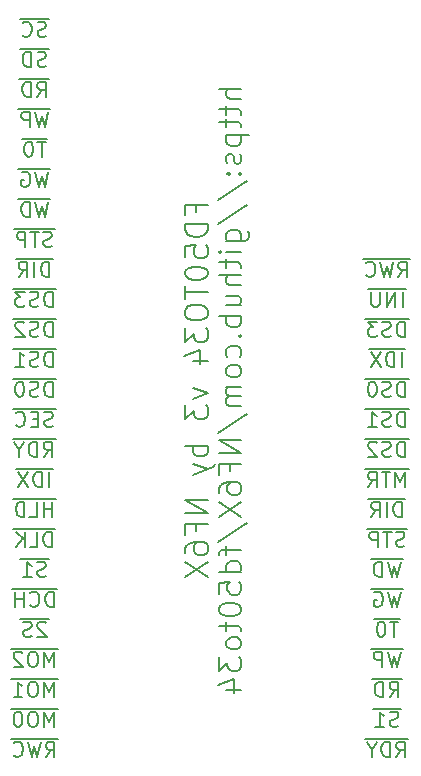
<source format=gbr>
G04 #@! TF.FileFunction,Legend,Bot*
%FSLAX46Y46*%
G04 Gerber Fmt 4.6, Leading zero omitted, Abs format (unit mm)*
G04 Created by KiCad (PCBNEW (2014-12-16 BZR 5324)-product) date Tuesday, September 22, 2015 'PMt' 01:02:44 PM*
%MOMM*%
G01*
G04 APERTURE LIST*
%ADD10C,0.127000*%
%ADD11C,0.190500*%
G04 APERTURE END LIST*
D10*
X4172857Y23555476D02*
X4172857Y24825476D01*
X3870476Y24825476D01*
X3689048Y24765000D01*
X3568095Y24644048D01*
X3507619Y24523095D01*
X3447143Y24281190D01*
X3447143Y24099762D01*
X3507619Y23857857D01*
X3568095Y23736905D01*
X3689048Y23615952D01*
X3870476Y23555476D01*
X4172857Y23555476D01*
X2177143Y23676429D02*
X2237619Y23615952D01*
X2419048Y23555476D01*
X2540000Y23555476D01*
X2721428Y23615952D01*
X2842381Y23736905D01*
X2902857Y23857857D01*
X2963333Y24099762D01*
X2963333Y24281190D01*
X2902857Y24523095D01*
X2842381Y24644048D01*
X2721428Y24765000D01*
X2540000Y24825476D01*
X2419048Y24825476D01*
X2237619Y24765000D01*
X2177143Y24704524D01*
X1632857Y23555476D02*
X1632857Y24825476D01*
X1632857Y24220714D02*
X907143Y24220714D01*
X907143Y23555476D02*
X907143Y24825476D01*
X4475238Y25044400D02*
X604762Y25044400D01*
X4233333Y18475476D02*
X4233333Y19745476D01*
X3810000Y18838333D01*
X3386666Y19745476D01*
X3386666Y18475476D01*
X2539999Y19745476D02*
X2298095Y19745476D01*
X2177142Y19685000D01*
X2056190Y19564048D01*
X1995714Y19322143D01*
X1995714Y18898810D01*
X2056190Y18656905D01*
X2177142Y18535952D01*
X2298095Y18475476D01*
X2539999Y18475476D01*
X2660952Y18535952D01*
X2781904Y18656905D01*
X2842380Y18898810D01*
X2842380Y19322143D01*
X2781904Y19564048D01*
X2660952Y19685000D01*
X2539999Y19745476D01*
X1511904Y19624524D02*
X1451428Y19685000D01*
X1330476Y19745476D01*
X1028095Y19745476D01*
X907142Y19685000D01*
X846666Y19624524D01*
X786190Y19503571D01*
X786190Y19382619D01*
X846666Y19201190D01*
X1572380Y18475476D01*
X786190Y18475476D01*
X4535714Y19964400D02*
X544285Y19964400D01*
X4233333Y15935476D02*
X4233333Y17205476D01*
X3810000Y16298333D01*
X3386666Y17205476D01*
X3386666Y15935476D01*
X2539999Y17205476D02*
X2298095Y17205476D01*
X2177142Y17145000D01*
X2056190Y17024048D01*
X1995714Y16782143D01*
X1995714Y16358810D01*
X2056190Y16116905D01*
X2177142Y15995952D01*
X2298095Y15935476D01*
X2539999Y15935476D01*
X2660952Y15995952D01*
X2781904Y16116905D01*
X2842380Y16358810D01*
X2842380Y16782143D01*
X2781904Y17024048D01*
X2660952Y17145000D01*
X2539999Y17205476D01*
X786190Y15935476D02*
X1511904Y15935476D01*
X1149047Y15935476D02*
X1149047Y17205476D01*
X1269999Y17024048D01*
X1390952Y16903095D01*
X1511904Y16842619D01*
X4535714Y17424400D02*
X544285Y17424400D01*
X4233333Y13395476D02*
X4233333Y14665476D01*
X3810000Y13758333D01*
X3386666Y14665476D01*
X3386666Y13395476D01*
X2539999Y14665476D02*
X2298095Y14665476D01*
X2177142Y14605000D01*
X2056190Y14484048D01*
X1995714Y14242143D01*
X1995714Y13818810D01*
X2056190Y13576905D01*
X2177142Y13455952D01*
X2298095Y13395476D01*
X2539999Y13395476D01*
X2660952Y13455952D01*
X2781904Y13576905D01*
X2842380Y13818810D01*
X2842380Y14242143D01*
X2781904Y14484048D01*
X2660952Y14605000D01*
X2539999Y14665476D01*
X1209523Y14665476D02*
X1088571Y14665476D01*
X967619Y14605000D01*
X907142Y14544524D01*
X846666Y14423571D01*
X786190Y14181667D01*
X786190Y13879286D01*
X846666Y13637381D01*
X907142Y13516429D01*
X967619Y13455952D01*
X1088571Y13395476D01*
X1209523Y13395476D01*
X1330476Y13455952D01*
X1390952Y13516429D01*
X1451428Y13637381D01*
X1511904Y13879286D01*
X1511904Y14181667D01*
X1451428Y14423571D01*
X1390952Y14544524D01*
X1330476Y14605000D01*
X1209523Y14665476D01*
X4535714Y14884400D02*
X544285Y14884400D01*
X3537857Y71875952D02*
X3356429Y71815476D01*
X3054048Y71815476D01*
X2933095Y71875952D01*
X2872619Y71936429D01*
X2812143Y72057381D01*
X2812143Y72178333D01*
X2872619Y72299286D01*
X2933095Y72359762D01*
X3054048Y72420238D01*
X3295952Y72480714D01*
X3416905Y72541190D01*
X3477381Y72601667D01*
X3537857Y72722619D01*
X3537857Y72843571D01*
X3477381Y72964524D01*
X3416905Y73025000D01*
X3295952Y73085476D01*
X2993572Y73085476D01*
X2812143Y73025000D01*
X1542143Y71936429D02*
X1602619Y71875952D01*
X1784048Y71815476D01*
X1905000Y71815476D01*
X2086428Y71875952D01*
X2207381Y71996905D01*
X2267857Y72117857D01*
X2328333Y72359762D01*
X2328333Y72541190D01*
X2267857Y72783095D01*
X2207381Y72904048D01*
X2086428Y73025000D01*
X1905000Y73085476D01*
X1784048Y73085476D01*
X1602619Y73025000D01*
X1542143Y72964524D01*
X3779762Y73304400D02*
X1300238Y73304400D01*
X3537857Y69335952D02*
X3356429Y69275476D01*
X3054048Y69275476D01*
X2933095Y69335952D01*
X2872619Y69396429D01*
X2812143Y69517381D01*
X2812143Y69638333D01*
X2872619Y69759286D01*
X2933095Y69819762D01*
X3054048Y69880238D01*
X3295952Y69940714D01*
X3416905Y70001190D01*
X3477381Y70061667D01*
X3537857Y70182619D01*
X3537857Y70303571D01*
X3477381Y70424524D01*
X3416905Y70485000D01*
X3295952Y70545476D01*
X2993572Y70545476D01*
X2812143Y70485000D01*
X2267857Y69275476D02*
X2267857Y70545476D01*
X1965476Y70545476D01*
X1784048Y70485000D01*
X1663095Y70364048D01*
X1602619Y70243095D01*
X1542143Y70001190D01*
X1542143Y69819762D01*
X1602619Y69577857D01*
X1663095Y69456905D01*
X1784048Y69335952D01*
X1965476Y69275476D01*
X2267857Y69275476D01*
X3779762Y70764400D02*
X1300238Y70764400D01*
X2781905Y66735476D02*
X3205238Y67340238D01*
X3507619Y66735476D02*
X3507619Y68005476D01*
X3023810Y68005476D01*
X2902857Y67945000D01*
X2842381Y67884524D01*
X2781905Y67763571D01*
X2781905Y67582143D01*
X2842381Y67461190D01*
X2902857Y67400714D01*
X3023810Y67340238D01*
X3507619Y67340238D01*
X2237619Y66735476D02*
X2237619Y68005476D01*
X1935238Y68005476D01*
X1753810Y67945000D01*
X1632857Y67824048D01*
X1572381Y67703095D01*
X1511905Y67461190D01*
X1511905Y67279762D01*
X1572381Y67037857D01*
X1632857Y66916905D01*
X1753810Y66795952D01*
X1935238Y66735476D01*
X2237619Y66735476D01*
X3810000Y68224400D02*
X1270000Y68224400D01*
X3719285Y65465476D02*
X3416904Y64195476D01*
X3175000Y65102619D01*
X2933095Y64195476D01*
X2630714Y65465476D01*
X2146904Y64195476D02*
X2146904Y65465476D01*
X1663095Y65465476D01*
X1542142Y65405000D01*
X1481666Y65344524D01*
X1421190Y65223571D01*
X1421190Y65042143D01*
X1481666Y64921190D01*
X1542142Y64860714D01*
X1663095Y64800238D01*
X2146904Y64800238D01*
X3900714Y65684400D02*
X1179285Y65684400D01*
X3507619Y62925476D02*
X2781904Y62925476D01*
X3144761Y61655476D02*
X3144761Y62925476D01*
X2116666Y62925476D02*
X1995714Y62925476D01*
X1874762Y62865000D01*
X1814285Y62804524D01*
X1753809Y62683571D01*
X1693333Y62441667D01*
X1693333Y62139286D01*
X1753809Y61897381D01*
X1814285Y61776429D01*
X1874762Y61715952D01*
X1995714Y61655476D01*
X2116666Y61655476D01*
X2237619Y61715952D01*
X2298095Y61776429D01*
X2358571Y61897381D01*
X2419047Y62139286D01*
X2419047Y62441667D01*
X2358571Y62683571D01*
X2298095Y62804524D01*
X2237619Y62865000D01*
X2116666Y62925476D01*
X3628571Y63144400D02*
X1451428Y63144400D01*
X3719285Y60385476D02*
X3416904Y59115476D01*
X3175000Y60022619D01*
X2933095Y59115476D01*
X2630714Y60385476D01*
X1481666Y60325000D02*
X1602618Y60385476D01*
X1784047Y60385476D01*
X1965475Y60325000D01*
X2086428Y60204048D01*
X2146904Y60083095D01*
X2207380Y59841190D01*
X2207380Y59659762D01*
X2146904Y59417857D01*
X2086428Y59296905D01*
X1965475Y59175952D01*
X1784047Y59115476D01*
X1663095Y59115476D01*
X1481666Y59175952D01*
X1421190Y59236429D01*
X1421190Y59659762D01*
X1663095Y59659762D01*
X3900714Y60604400D02*
X1179285Y60604400D01*
X4021666Y54095952D02*
X3840238Y54035476D01*
X3537857Y54035476D01*
X3416904Y54095952D01*
X3356428Y54156429D01*
X3295952Y54277381D01*
X3295952Y54398333D01*
X3356428Y54519286D01*
X3416904Y54579762D01*
X3537857Y54640238D01*
X3779761Y54700714D01*
X3900714Y54761190D01*
X3961190Y54821667D01*
X4021666Y54942619D01*
X4021666Y55063571D01*
X3961190Y55184524D01*
X3900714Y55245000D01*
X3779761Y55305476D01*
X3477381Y55305476D01*
X3295952Y55245000D01*
X2933095Y55305476D02*
X2207380Y55305476D01*
X2570237Y54035476D02*
X2570237Y55305476D01*
X1784047Y54035476D02*
X1784047Y55305476D01*
X1300238Y55305476D01*
X1179285Y55245000D01*
X1118809Y55184524D01*
X1058333Y55063571D01*
X1058333Y54882143D01*
X1118809Y54761190D01*
X1179285Y54700714D01*
X1300238Y54640238D01*
X1784047Y54640238D01*
X4263571Y55524400D02*
X816428Y55524400D01*
X3810000Y51495476D02*
X3810000Y52765476D01*
X3507619Y52765476D01*
X3326191Y52705000D01*
X3205238Y52584048D01*
X3144762Y52463095D01*
X3084286Y52221190D01*
X3084286Y52039762D01*
X3144762Y51797857D01*
X3205238Y51676905D01*
X3326191Y51555952D01*
X3507619Y51495476D01*
X3810000Y51495476D01*
X2540000Y51495476D02*
X2540000Y52765476D01*
X1209524Y51495476D02*
X1632857Y52100238D01*
X1935238Y51495476D02*
X1935238Y52765476D01*
X1451429Y52765476D01*
X1330476Y52705000D01*
X1270000Y52644524D01*
X1209524Y52523571D01*
X1209524Y52342143D01*
X1270000Y52221190D01*
X1330476Y52160714D01*
X1451429Y52100238D01*
X1935238Y52100238D01*
X4112381Y52984400D02*
X967619Y52984400D01*
X3719285Y57845476D02*
X3416904Y56575476D01*
X3175000Y57482619D01*
X2933095Y56575476D01*
X2630714Y57845476D01*
X2146904Y56575476D02*
X2146904Y57845476D01*
X1844523Y57845476D01*
X1663095Y57785000D01*
X1542142Y57664048D01*
X1481666Y57543095D01*
X1421190Y57301190D01*
X1421190Y57119762D01*
X1481666Y56877857D01*
X1542142Y56756905D01*
X1663095Y56635952D01*
X1844523Y56575476D01*
X2146904Y56575476D01*
X3900714Y58064400D02*
X1179285Y58064400D01*
X4082143Y48955476D02*
X4082143Y50225476D01*
X3779762Y50225476D01*
X3598334Y50165000D01*
X3477381Y50044048D01*
X3416905Y49923095D01*
X3356429Y49681190D01*
X3356429Y49499762D01*
X3416905Y49257857D01*
X3477381Y49136905D01*
X3598334Y49015952D01*
X3779762Y48955476D01*
X4082143Y48955476D01*
X2872619Y49015952D02*
X2691191Y48955476D01*
X2388810Y48955476D01*
X2267857Y49015952D01*
X2207381Y49076429D01*
X2146905Y49197381D01*
X2146905Y49318333D01*
X2207381Y49439286D01*
X2267857Y49499762D01*
X2388810Y49560238D01*
X2630714Y49620714D01*
X2751667Y49681190D01*
X2812143Y49741667D01*
X2872619Y49862619D01*
X2872619Y49983571D01*
X2812143Y50104524D01*
X2751667Y50165000D01*
X2630714Y50225476D01*
X2328334Y50225476D01*
X2146905Y50165000D01*
X1723571Y50225476D02*
X937381Y50225476D01*
X1360714Y49741667D01*
X1179286Y49741667D01*
X1058333Y49681190D01*
X997857Y49620714D01*
X937381Y49499762D01*
X937381Y49197381D01*
X997857Y49076429D01*
X1058333Y49015952D01*
X1179286Y48955476D01*
X1542143Y48955476D01*
X1663095Y49015952D01*
X1723571Y49076429D01*
X4384524Y50444400D02*
X695476Y50444400D01*
X4082143Y46415476D02*
X4082143Y47685476D01*
X3779762Y47685476D01*
X3598334Y47625000D01*
X3477381Y47504048D01*
X3416905Y47383095D01*
X3356429Y47141190D01*
X3356429Y46959762D01*
X3416905Y46717857D01*
X3477381Y46596905D01*
X3598334Y46475952D01*
X3779762Y46415476D01*
X4082143Y46415476D01*
X2872619Y46475952D02*
X2691191Y46415476D01*
X2388810Y46415476D01*
X2267857Y46475952D01*
X2207381Y46536429D01*
X2146905Y46657381D01*
X2146905Y46778333D01*
X2207381Y46899286D01*
X2267857Y46959762D01*
X2388810Y47020238D01*
X2630714Y47080714D01*
X2751667Y47141190D01*
X2812143Y47201667D01*
X2872619Y47322619D01*
X2872619Y47443571D01*
X2812143Y47564524D01*
X2751667Y47625000D01*
X2630714Y47685476D01*
X2328334Y47685476D01*
X2146905Y47625000D01*
X1663095Y47564524D02*
X1602619Y47625000D01*
X1481667Y47685476D01*
X1179286Y47685476D01*
X1058333Y47625000D01*
X997857Y47564524D01*
X937381Y47443571D01*
X937381Y47322619D01*
X997857Y47141190D01*
X1723571Y46415476D01*
X937381Y46415476D01*
X4384524Y47904400D02*
X695476Y47904400D01*
X4082143Y43875476D02*
X4082143Y45145476D01*
X3779762Y45145476D01*
X3598334Y45085000D01*
X3477381Y44964048D01*
X3416905Y44843095D01*
X3356429Y44601190D01*
X3356429Y44419762D01*
X3416905Y44177857D01*
X3477381Y44056905D01*
X3598334Y43935952D01*
X3779762Y43875476D01*
X4082143Y43875476D01*
X2872619Y43935952D02*
X2691191Y43875476D01*
X2388810Y43875476D01*
X2267857Y43935952D01*
X2207381Y43996429D01*
X2146905Y44117381D01*
X2146905Y44238333D01*
X2207381Y44359286D01*
X2267857Y44419762D01*
X2388810Y44480238D01*
X2630714Y44540714D01*
X2751667Y44601190D01*
X2812143Y44661667D01*
X2872619Y44782619D01*
X2872619Y44903571D01*
X2812143Y45024524D01*
X2751667Y45085000D01*
X2630714Y45145476D01*
X2328334Y45145476D01*
X2146905Y45085000D01*
X937381Y43875476D02*
X1663095Y43875476D01*
X1300238Y43875476D02*
X1300238Y45145476D01*
X1421190Y44964048D01*
X1542143Y44843095D01*
X1663095Y44782619D01*
X4384524Y45364400D02*
X695476Y45364400D01*
X4112381Y38855952D02*
X3930953Y38795476D01*
X3628572Y38795476D01*
X3507619Y38855952D01*
X3447143Y38916429D01*
X3386667Y39037381D01*
X3386667Y39158333D01*
X3447143Y39279286D01*
X3507619Y39339762D01*
X3628572Y39400238D01*
X3870476Y39460714D01*
X3991429Y39521190D01*
X4051905Y39581667D01*
X4112381Y39702619D01*
X4112381Y39823571D01*
X4051905Y39944524D01*
X3991429Y40005000D01*
X3870476Y40065476D01*
X3568096Y40065476D01*
X3386667Y40005000D01*
X2842381Y39460714D02*
X2419048Y39460714D01*
X2237619Y38795476D02*
X2842381Y38795476D01*
X2842381Y40065476D01*
X2237619Y40065476D01*
X967619Y38916429D02*
X1028095Y38855952D01*
X1209524Y38795476D01*
X1330476Y38795476D01*
X1511904Y38855952D01*
X1632857Y38976905D01*
X1693333Y39097857D01*
X1753809Y39339762D01*
X1753809Y39521190D01*
X1693333Y39763095D01*
X1632857Y39884048D01*
X1511904Y40005000D01*
X1330476Y40065476D01*
X1209524Y40065476D01*
X1028095Y40005000D01*
X967619Y39944524D01*
X4354286Y40284400D02*
X725714Y40284400D01*
X3326190Y36255476D02*
X3749523Y36860238D01*
X4051904Y36255476D02*
X4051904Y37525476D01*
X3568095Y37525476D01*
X3447142Y37465000D01*
X3386666Y37404524D01*
X3326190Y37283571D01*
X3326190Y37102143D01*
X3386666Y36981190D01*
X3447142Y36920714D01*
X3568095Y36860238D01*
X4051904Y36860238D01*
X2781904Y36255476D02*
X2781904Y37525476D01*
X2479523Y37525476D01*
X2298095Y37465000D01*
X2177142Y37344048D01*
X2116666Y37223095D01*
X2056190Y36981190D01*
X2056190Y36799762D01*
X2116666Y36557857D01*
X2177142Y36436905D01*
X2298095Y36315952D01*
X2479523Y36255476D01*
X2781904Y36255476D01*
X1269999Y36860238D02*
X1269999Y36255476D01*
X1693333Y37525476D02*
X1269999Y36860238D01*
X846666Y37525476D01*
X4354285Y37744400D02*
X725714Y37744400D01*
X3779762Y33715476D02*
X3779762Y34985476D01*
X3175000Y33715476D02*
X3175000Y34985476D01*
X2872619Y34985476D01*
X2691191Y34925000D01*
X2570238Y34804048D01*
X2509762Y34683095D01*
X2449286Y34441190D01*
X2449286Y34259762D01*
X2509762Y34017857D01*
X2570238Y33896905D01*
X2691191Y33775952D01*
X2872619Y33715476D01*
X3175000Y33715476D01*
X2025952Y34985476D02*
X1179286Y33715476D01*
X1179286Y34985476D02*
X2025952Y33715476D01*
X4082143Y35204400D02*
X997857Y35204400D01*
X4051904Y31175476D02*
X4051904Y32445476D01*
X4051904Y31840714D02*
X3326190Y31840714D01*
X3326190Y31175476D02*
X3326190Y32445476D01*
X2116666Y31175476D02*
X2721428Y31175476D01*
X2721428Y32445476D01*
X1693333Y31175476D02*
X1693333Y32445476D01*
X1390952Y32445476D01*
X1209524Y32385000D01*
X1088571Y32264048D01*
X1028095Y32143095D01*
X967619Y31901190D01*
X967619Y31719762D01*
X1028095Y31477857D01*
X1088571Y31356905D01*
X1209524Y31235952D01*
X1390952Y31175476D01*
X1693333Y31175476D01*
X4354285Y32664400D02*
X725714Y32664400D01*
X4082143Y41335476D02*
X4082143Y42605476D01*
X3779762Y42605476D01*
X3598334Y42545000D01*
X3477381Y42424048D01*
X3416905Y42303095D01*
X3356429Y42061190D01*
X3356429Y41879762D01*
X3416905Y41637857D01*
X3477381Y41516905D01*
X3598334Y41395952D01*
X3779762Y41335476D01*
X4082143Y41335476D01*
X2872619Y41395952D02*
X2691191Y41335476D01*
X2388810Y41335476D01*
X2267857Y41395952D01*
X2207381Y41456429D01*
X2146905Y41577381D01*
X2146905Y41698333D01*
X2207381Y41819286D01*
X2267857Y41879762D01*
X2388810Y41940238D01*
X2630714Y42000714D01*
X2751667Y42061190D01*
X2812143Y42121667D01*
X2872619Y42242619D01*
X2872619Y42363571D01*
X2812143Y42484524D01*
X2751667Y42545000D01*
X2630714Y42605476D01*
X2328334Y42605476D01*
X2146905Y42545000D01*
X1360714Y42605476D02*
X1239762Y42605476D01*
X1118810Y42545000D01*
X1058333Y42484524D01*
X997857Y42363571D01*
X937381Y42121667D01*
X937381Y41819286D01*
X997857Y41577381D01*
X1058333Y41456429D01*
X1118810Y41395952D01*
X1239762Y41335476D01*
X1360714Y41335476D01*
X1481667Y41395952D01*
X1542143Y41456429D01*
X1602619Y41577381D01*
X1663095Y41819286D01*
X1663095Y42121667D01*
X1602619Y42363571D01*
X1542143Y42484524D01*
X1481667Y42545000D01*
X1360714Y42605476D01*
X4384524Y42824400D02*
X695476Y42824400D01*
X3507619Y26155952D02*
X3326191Y26095476D01*
X3023810Y26095476D01*
X2902857Y26155952D01*
X2842381Y26216429D01*
X2781905Y26337381D01*
X2781905Y26458333D01*
X2842381Y26579286D01*
X2902857Y26639762D01*
X3023810Y26700238D01*
X3265714Y26760714D01*
X3386667Y26821190D01*
X3447143Y26881667D01*
X3507619Y27002619D01*
X3507619Y27123571D01*
X3447143Y27244524D01*
X3386667Y27305000D01*
X3265714Y27365476D01*
X2963334Y27365476D01*
X2781905Y27305000D01*
X1572381Y26095476D02*
X2298095Y26095476D01*
X1935238Y26095476D02*
X1935238Y27365476D01*
X2056190Y27184048D01*
X2177143Y27063095D01*
X2298095Y27002619D01*
X3749524Y27584400D02*
X1330476Y27584400D01*
X3507619Y22164524D02*
X3447143Y22225000D01*
X3326191Y22285476D01*
X3023810Y22285476D01*
X2902857Y22225000D01*
X2842381Y22164524D01*
X2781905Y22043571D01*
X2781905Y21922619D01*
X2842381Y21741190D01*
X3568095Y21015476D01*
X2781905Y21015476D01*
X2298095Y21075952D02*
X2116667Y21015476D01*
X1814286Y21015476D01*
X1693333Y21075952D01*
X1632857Y21136429D01*
X1572381Y21257381D01*
X1572381Y21378333D01*
X1632857Y21499286D01*
X1693333Y21559762D01*
X1814286Y21620238D01*
X2056190Y21680714D01*
X2177143Y21741190D01*
X2237619Y21801667D01*
X2298095Y21922619D01*
X2298095Y22043571D01*
X2237619Y22164524D01*
X2177143Y22225000D01*
X2056190Y22285476D01*
X1753810Y22285476D01*
X1572381Y22225000D01*
X3749524Y22504400D02*
X1330476Y22504400D01*
X3507619Y10855476D02*
X3930952Y11460238D01*
X4233333Y10855476D02*
X4233333Y12125476D01*
X3749524Y12125476D01*
X3628571Y12065000D01*
X3568095Y12004524D01*
X3507619Y11883571D01*
X3507619Y11702143D01*
X3568095Y11581190D01*
X3628571Y11520714D01*
X3749524Y11460238D01*
X4233333Y11460238D01*
X3084285Y12125476D02*
X2781904Y10855476D01*
X2540000Y11762619D01*
X2298095Y10855476D01*
X1995714Y12125476D01*
X786190Y10976429D02*
X846666Y10915952D01*
X1028095Y10855476D01*
X1149047Y10855476D01*
X1330475Y10915952D01*
X1451428Y11036905D01*
X1511904Y11157857D01*
X1572380Y11399762D01*
X1572380Y11581190D01*
X1511904Y11823095D01*
X1451428Y11944048D01*
X1330475Y12065000D01*
X1149047Y12125476D01*
X1028095Y12125476D01*
X846666Y12065000D01*
X786190Y12004524D01*
X4535714Y12344400D02*
X544285Y12344400D01*
X33352619Y51495476D02*
X33775952Y52100238D01*
X34078333Y51495476D02*
X34078333Y52765476D01*
X33594524Y52765476D01*
X33473571Y52705000D01*
X33413095Y52644524D01*
X33352619Y52523571D01*
X33352619Y52342143D01*
X33413095Y52221190D01*
X33473571Y52160714D01*
X33594524Y52100238D01*
X34078333Y52100238D01*
X32929285Y52765476D02*
X32626904Y51495476D01*
X32385000Y52402619D01*
X32143095Y51495476D01*
X31840714Y52765476D01*
X30631190Y51616429D02*
X30691666Y51555952D01*
X30873095Y51495476D01*
X30994047Y51495476D01*
X31175475Y51555952D01*
X31296428Y51676905D01*
X31356904Y51797857D01*
X31417380Y52039762D01*
X31417380Y52221190D01*
X31356904Y52463095D01*
X31296428Y52584048D01*
X31175475Y52705000D01*
X30994047Y52765476D01*
X30873095Y52765476D01*
X30691666Y52705000D01*
X30631190Y52644524D01*
X34380714Y52984400D02*
X30389285Y52984400D01*
X4021666Y28635476D02*
X4021666Y29905476D01*
X3719285Y29905476D01*
X3537857Y29845000D01*
X3416904Y29724048D01*
X3356428Y29603095D01*
X3295952Y29361190D01*
X3295952Y29179762D01*
X3356428Y28937857D01*
X3416904Y28816905D01*
X3537857Y28695952D01*
X3719285Y28635476D01*
X4021666Y28635476D01*
X2146904Y28635476D02*
X2751666Y28635476D01*
X2751666Y29905476D01*
X1723571Y28635476D02*
X1723571Y29905476D01*
X997857Y28635476D02*
X1542142Y29361190D01*
X997857Y29905476D02*
X1723571Y29179762D01*
X4324047Y30124400D02*
X755952Y30124400D01*
X33171190Y10855476D02*
X33594523Y11460238D01*
X33896904Y10855476D02*
X33896904Y12125476D01*
X33413095Y12125476D01*
X33292142Y12065000D01*
X33231666Y12004524D01*
X33171190Y11883571D01*
X33171190Y11702143D01*
X33231666Y11581190D01*
X33292142Y11520714D01*
X33413095Y11460238D01*
X33896904Y11460238D01*
X32626904Y10855476D02*
X32626904Y12125476D01*
X32324523Y12125476D01*
X32143095Y12065000D01*
X32022142Y11944048D01*
X31961666Y11823095D01*
X31901190Y11581190D01*
X31901190Y11399762D01*
X31961666Y11157857D01*
X32022142Y11036905D01*
X32143095Y10915952D01*
X32324523Y10855476D01*
X32626904Y10855476D01*
X31114999Y11460238D02*
X31114999Y10855476D01*
X31538333Y12125476D02*
X31114999Y11460238D01*
X30691666Y12125476D01*
X34199285Y12344400D02*
X30570714Y12344400D01*
X33352619Y13455952D02*
X33171191Y13395476D01*
X32868810Y13395476D01*
X32747857Y13455952D01*
X32687381Y13516429D01*
X32626905Y13637381D01*
X32626905Y13758333D01*
X32687381Y13879286D01*
X32747857Y13939762D01*
X32868810Y14000238D01*
X33110714Y14060714D01*
X33231667Y14121190D01*
X33292143Y14181667D01*
X33352619Y14302619D01*
X33352619Y14423571D01*
X33292143Y14544524D01*
X33231667Y14605000D01*
X33110714Y14665476D01*
X32808334Y14665476D01*
X32626905Y14605000D01*
X31417381Y13395476D02*
X32143095Y13395476D01*
X31780238Y13395476D02*
X31780238Y14665476D01*
X31901190Y14484048D01*
X32022143Y14363095D01*
X32143095Y14302619D01*
X33594524Y14884400D02*
X31175476Y14884400D01*
X32626905Y15935476D02*
X33050238Y16540238D01*
X33352619Y15935476D02*
X33352619Y17205476D01*
X32868810Y17205476D01*
X32747857Y17145000D01*
X32687381Y17084524D01*
X32626905Y16963571D01*
X32626905Y16782143D01*
X32687381Y16661190D01*
X32747857Y16600714D01*
X32868810Y16540238D01*
X33352619Y16540238D01*
X32082619Y15935476D02*
X32082619Y17205476D01*
X31780238Y17205476D01*
X31598810Y17145000D01*
X31477857Y17024048D01*
X31417381Y16903095D01*
X31356905Y16661190D01*
X31356905Y16479762D01*
X31417381Y16237857D01*
X31477857Y16116905D01*
X31598810Y15995952D01*
X31780238Y15935476D01*
X32082619Y15935476D01*
X33655000Y17424400D02*
X31115000Y17424400D01*
X33564285Y19745476D02*
X33261904Y18475476D01*
X33020000Y19382619D01*
X32778095Y18475476D01*
X32475714Y19745476D01*
X31991904Y18475476D02*
X31991904Y19745476D01*
X31508095Y19745476D01*
X31387142Y19685000D01*
X31326666Y19624524D01*
X31266190Y19503571D01*
X31266190Y19322143D01*
X31326666Y19201190D01*
X31387142Y19140714D01*
X31508095Y19080238D01*
X31991904Y19080238D01*
X33745714Y19964400D02*
X31024285Y19964400D01*
X33655000Y31175476D02*
X33655000Y32445476D01*
X33352619Y32445476D01*
X33171191Y32385000D01*
X33050238Y32264048D01*
X32989762Y32143095D01*
X32929286Y31901190D01*
X32929286Y31719762D01*
X32989762Y31477857D01*
X33050238Y31356905D01*
X33171191Y31235952D01*
X33352619Y31175476D01*
X33655000Y31175476D01*
X32385000Y31175476D02*
X32385000Y32445476D01*
X31054524Y31175476D02*
X31477857Y31780238D01*
X31780238Y31175476D02*
X31780238Y32445476D01*
X31296429Y32445476D01*
X31175476Y32385000D01*
X31115000Y32324524D01*
X31054524Y32203571D01*
X31054524Y32022143D01*
X31115000Y31901190D01*
X31175476Y31840714D01*
X31296429Y31780238D01*
X31780238Y31780238D01*
X33957381Y32664400D02*
X30812619Y32664400D01*
X33352619Y22285476D02*
X32626904Y22285476D01*
X32989761Y21015476D02*
X32989761Y22285476D01*
X31961666Y22285476D02*
X31840714Y22285476D01*
X31719762Y22225000D01*
X31659285Y22164524D01*
X31598809Y22043571D01*
X31538333Y21801667D01*
X31538333Y21499286D01*
X31598809Y21257381D01*
X31659285Y21136429D01*
X31719762Y21075952D01*
X31840714Y21015476D01*
X31961666Y21015476D01*
X32082619Y21075952D01*
X32143095Y21136429D01*
X32203571Y21257381D01*
X32264047Y21499286D01*
X32264047Y21801667D01*
X32203571Y22043571D01*
X32143095Y22164524D01*
X32082619Y22225000D01*
X31961666Y22285476D01*
X33473571Y22504400D02*
X31296428Y22504400D01*
X33715476Y48955476D02*
X33715476Y50225476D01*
X33110714Y48955476D02*
X33110714Y50225476D01*
X32385000Y48955476D01*
X32385000Y50225476D01*
X31780238Y50225476D02*
X31780238Y49197381D01*
X31719762Y49076429D01*
X31659286Y49015952D01*
X31538333Y48955476D01*
X31296429Y48955476D01*
X31175476Y49015952D01*
X31115000Y49076429D01*
X31054524Y49197381D01*
X31054524Y50225476D01*
X34017857Y50444400D02*
X30752143Y50444400D01*
X33564285Y24825476D02*
X33261904Y23555476D01*
X33020000Y24462619D01*
X32778095Y23555476D01*
X32475714Y24825476D01*
X31326666Y24765000D02*
X31447618Y24825476D01*
X31629047Y24825476D01*
X31810475Y24765000D01*
X31931428Y24644048D01*
X31991904Y24523095D01*
X32052380Y24281190D01*
X32052380Y24099762D01*
X31991904Y23857857D01*
X31931428Y23736905D01*
X31810475Y23615952D01*
X31629047Y23555476D01*
X31508095Y23555476D01*
X31326666Y23615952D01*
X31266190Y23676429D01*
X31266190Y24099762D01*
X31508095Y24099762D01*
X33745714Y25044400D02*
X31024285Y25044400D01*
X33564285Y27365476D02*
X33261904Y26095476D01*
X33020000Y27002619D01*
X32778095Y26095476D01*
X32475714Y27365476D01*
X31991904Y26095476D02*
X31991904Y27365476D01*
X31689523Y27365476D01*
X31508095Y27305000D01*
X31387142Y27184048D01*
X31326666Y27063095D01*
X31266190Y26821190D01*
X31266190Y26639762D01*
X31326666Y26397857D01*
X31387142Y26276905D01*
X31508095Y26155952D01*
X31689523Y26095476D01*
X31991904Y26095476D01*
X33745714Y27584400D02*
X31024285Y27584400D01*
X33866666Y28695952D02*
X33685238Y28635476D01*
X33382857Y28635476D01*
X33261904Y28695952D01*
X33201428Y28756429D01*
X33140952Y28877381D01*
X33140952Y28998333D01*
X33201428Y29119286D01*
X33261904Y29179762D01*
X33382857Y29240238D01*
X33624761Y29300714D01*
X33745714Y29361190D01*
X33806190Y29421667D01*
X33866666Y29542619D01*
X33866666Y29663571D01*
X33806190Y29784524D01*
X33745714Y29845000D01*
X33624761Y29905476D01*
X33322381Y29905476D01*
X33140952Y29845000D01*
X32778095Y29905476D02*
X32052380Y29905476D01*
X32415237Y28635476D02*
X32415237Y29905476D01*
X31629047Y28635476D02*
X31629047Y29905476D01*
X31145238Y29905476D01*
X31024285Y29845000D01*
X30963809Y29784524D01*
X30903333Y29663571D01*
X30903333Y29482143D01*
X30963809Y29361190D01*
X31024285Y29300714D01*
X31145238Y29240238D01*
X31629047Y29240238D01*
X34108571Y30124400D02*
X30661428Y30124400D01*
X33927143Y33715476D02*
X33927143Y34985476D01*
X33503810Y34078333D01*
X33080476Y34985476D01*
X33080476Y33715476D01*
X32657143Y34985476D02*
X31931428Y34985476D01*
X32294285Y33715476D02*
X32294285Y34985476D01*
X30782381Y33715476D02*
X31205714Y34320238D01*
X31508095Y33715476D02*
X31508095Y34985476D01*
X31024286Y34985476D01*
X30903333Y34925000D01*
X30842857Y34864524D01*
X30782381Y34743571D01*
X30782381Y34562143D01*
X30842857Y34441190D01*
X30903333Y34380714D01*
X31024286Y34320238D01*
X31508095Y34320238D01*
X34229524Y35204400D02*
X30540476Y35204400D01*
X33927143Y41335476D02*
X33927143Y42605476D01*
X33624762Y42605476D01*
X33443334Y42545000D01*
X33322381Y42424048D01*
X33261905Y42303095D01*
X33201429Y42061190D01*
X33201429Y41879762D01*
X33261905Y41637857D01*
X33322381Y41516905D01*
X33443334Y41395952D01*
X33624762Y41335476D01*
X33927143Y41335476D01*
X32717619Y41395952D02*
X32536191Y41335476D01*
X32233810Y41335476D01*
X32112857Y41395952D01*
X32052381Y41456429D01*
X31991905Y41577381D01*
X31991905Y41698333D01*
X32052381Y41819286D01*
X32112857Y41879762D01*
X32233810Y41940238D01*
X32475714Y42000714D01*
X32596667Y42061190D01*
X32657143Y42121667D01*
X32717619Y42242619D01*
X32717619Y42363571D01*
X32657143Y42484524D01*
X32596667Y42545000D01*
X32475714Y42605476D01*
X32173334Y42605476D01*
X31991905Y42545000D01*
X31205714Y42605476D02*
X31084762Y42605476D01*
X30963810Y42545000D01*
X30903333Y42484524D01*
X30842857Y42363571D01*
X30782381Y42121667D01*
X30782381Y41819286D01*
X30842857Y41577381D01*
X30903333Y41456429D01*
X30963810Y41395952D01*
X31084762Y41335476D01*
X31205714Y41335476D01*
X31326667Y41395952D01*
X31387143Y41456429D01*
X31447619Y41577381D01*
X31508095Y41819286D01*
X31508095Y42121667D01*
X31447619Y42363571D01*
X31387143Y42484524D01*
X31326667Y42545000D01*
X31205714Y42605476D01*
X34229524Y42824400D02*
X30540476Y42824400D01*
X33927143Y38795476D02*
X33927143Y40065476D01*
X33624762Y40065476D01*
X33443334Y40005000D01*
X33322381Y39884048D01*
X33261905Y39763095D01*
X33201429Y39521190D01*
X33201429Y39339762D01*
X33261905Y39097857D01*
X33322381Y38976905D01*
X33443334Y38855952D01*
X33624762Y38795476D01*
X33927143Y38795476D01*
X32717619Y38855952D02*
X32536191Y38795476D01*
X32233810Y38795476D01*
X32112857Y38855952D01*
X32052381Y38916429D01*
X31991905Y39037381D01*
X31991905Y39158333D01*
X32052381Y39279286D01*
X32112857Y39339762D01*
X32233810Y39400238D01*
X32475714Y39460714D01*
X32596667Y39521190D01*
X32657143Y39581667D01*
X32717619Y39702619D01*
X32717619Y39823571D01*
X32657143Y39944524D01*
X32596667Y40005000D01*
X32475714Y40065476D01*
X32173334Y40065476D01*
X31991905Y40005000D01*
X30782381Y38795476D02*
X31508095Y38795476D01*
X31145238Y38795476D02*
X31145238Y40065476D01*
X31266190Y39884048D01*
X31387143Y39763095D01*
X31508095Y39702619D01*
X34229524Y40284400D02*
X30540476Y40284400D01*
X33927143Y36255476D02*
X33927143Y37525476D01*
X33624762Y37525476D01*
X33443334Y37465000D01*
X33322381Y37344048D01*
X33261905Y37223095D01*
X33201429Y36981190D01*
X33201429Y36799762D01*
X33261905Y36557857D01*
X33322381Y36436905D01*
X33443334Y36315952D01*
X33624762Y36255476D01*
X33927143Y36255476D01*
X32717619Y36315952D02*
X32536191Y36255476D01*
X32233810Y36255476D01*
X32112857Y36315952D01*
X32052381Y36376429D01*
X31991905Y36497381D01*
X31991905Y36618333D01*
X32052381Y36739286D01*
X32112857Y36799762D01*
X32233810Y36860238D01*
X32475714Y36920714D01*
X32596667Y36981190D01*
X32657143Y37041667D01*
X32717619Y37162619D01*
X32717619Y37283571D01*
X32657143Y37404524D01*
X32596667Y37465000D01*
X32475714Y37525476D01*
X32173334Y37525476D01*
X31991905Y37465000D01*
X31508095Y37404524D02*
X31447619Y37465000D01*
X31326667Y37525476D01*
X31024286Y37525476D01*
X30903333Y37465000D01*
X30842857Y37404524D01*
X30782381Y37283571D01*
X30782381Y37162619D01*
X30842857Y36981190D01*
X31568571Y36255476D01*
X30782381Y36255476D01*
X34229524Y37744400D02*
X30540476Y37744400D01*
X33624762Y43875476D02*
X33624762Y45145476D01*
X33020000Y43875476D02*
X33020000Y45145476D01*
X32717619Y45145476D01*
X32536191Y45085000D01*
X32415238Y44964048D01*
X32354762Y44843095D01*
X32294286Y44601190D01*
X32294286Y44419762D01*
X32354762Y44177857D01*
X32415238Y44056905D01*
X32536191Y43935952D01*
X32717619Y43875476D01*
X33020000Y43875476D01*
X31870952Y45145476D02*
X31024286Y43875476D01*
X31024286Y45145476D02*
X31870952Y43875476D01*
X33927143Y45364400D02*
X30842857Y45364400D01*
X33927143Y46415476D02*
X33927143Y47685476D01*
X33624762Y47685476D01*
X33443334Y47625000D01*
X33322381Y47504048D01*
X33261905Y47383095D01*
X33201429Y47141190D01*
X33201429Y46959762D01*
X33261905Y46717857D01*
X33322381Y46596905D01*
X33443334Y46475952D01*
X33624762Y46415476D01*
X33927143Y46415476D01*
X32717619Y46475952D02*
X32536191Y46415476D01*
X32233810Y46415476D01*
X32112857Y46475952D01*
X32052381Y46536429D01*
X31991905Y46657381D01*
X31991905Y46778333D01*
X32052381Y46899286D01*
X32112857Y46959762D01*
X32233810Y47020238D01*
X32475714Y47080714D01*
X32596667Y47141190D01*
X32657143Y47201667D01*
X32717619Y47322619D01*
X32717619Y47443571D01*
X32657143Y47564524D01*
X32596667Y47625000D01*
X32475714Y47685476D01*
X32173334Y47685476D01*
X31991905Y47625000D01*
X31568571Y47685476D02*
X30782381Y47685476D01*
X31205714Y47201667D01*
X31024286Y47201667D01*
X30903333Y47141190D01*
X30842857Y47080714D01*
X30782381Y46959762D01*
X30782381Y46657381D01*
X30842857Y46536429D01*
X30903333Y46475952D01*
X31024286Y46415476D01*
X31387143Y46415476D01*
X31508095Y46475952D01*
X31568571Y46536429D01*
X34229524Y47904400D02*
X30540476Y47904400D01*
D11*
X16215179Y56968573D02*
X16215179Y57603573D01*
X17213036Y57603573D02*
X15308036Y57603573D01*
X15308036Y56696430D01*
X17213036Y55970716D02*
X15308036Y55970716D01*
X15308036Y55517144D01*
X15398750Y55245001D01*
X15580179Y55063573D01*
X15761607Y54972858D01*
X16124464Y54882144D01*
X16396607Y54882144D01*
X16759464Y54972858D01*
X16940893Y55063573D01*
X17122321Y55245001D01*
X17213036Y55517144D01*
X17213036Y55970716D01*
X15308036Y53158573D02*
X15308036Y54065716D01*
X16215179Y54156430D01*
X16124464Y54065716D01*
X16033750Y53884287D01*
X16033750Y53430716D01*
X16124464Y53249287D01*
X16215179Y53158573D01*
X16396607Y53067858D01*
X16850179Y53067858D01*
X17031607Y53158573D01*
X17122321Y53249287D01*
X17213036Y53430716D01*
X17213036Y53884287D01*
X17122321Y54065716D01*
X17031607Y54156430D01*
X15308036Y51888572D02*
X15308036Y51707144D01*
X15398750Y51525715D01*
X15489464Y51435001D01*
X15670893Y51344287D01*
X16033750Y51253572D01*
X16487321Y51253572D01*
X16850179Y51344287D01*
X17031607Y51435001D01*
X17122321Y51525715D01*
X17213036Y51707144D01*
X17213036Y51888572D01*
X17122321Y52070001D01*
X17031607Y52160715D01*
X16850179Y52251430D01*
X16487321Y52342144D01*
X16033750Y52342144D01*
X15670893Y52251430D01*
X15489464Y52160715D01*
X15398750Y52070001D01*
X15308036Y51888572D01*
X15308036Y50709286D02*
X15308036Y49620715D01*
X17213036Y50165001D02*
X15308036Y50165001D01*
X15308036Y48622857D02*
X15308036Y48260000D01*
X15398750Y48078572D01*
X15580179Y47897143D01*
X15943036Y47806429D01*
X16578036Y47806429D01*
X16940893Y47897143D01*
X17122321Y48078572D01*
X17213036Y48260000D01*
X17213036Y48622857D01*
X17122321Y48804286D01*
X16940893Y48985715D01*
X16578036Y49076429D01*
X15943036Y49076429D01*
X15580179Y48985715D01*
X15398750Y48804286D01*
X15308036Y48622857D01*
X15308036Y47171429D02*
X15308036Y45992143D01*
X16033750Y46627143D01*
X16033750Y46355001D01*
X16124464Y46173572D01*
X16215179Y46082858D01*
X16396607Y45992143D01*
X16850179Y45992143D01*
X17031607Y46082858D01*
X17122321Y46173572D01*
X17213036Y46355001D01*
X17213036Y46899286D01*
X17122321Y47080715D01*
X17031607Y47171429D01*
X15943036Y44359286D02*
X17213036Y44359286D01*
X15217321Y44812857D02*
X16578036Y45266429D01*
X16578036Y44087143D01*
X15943036Y42091428D02*
X17213036Y41637857D01*
X15943036Y41184285D01*
X15308036Y40639999D02*
X15308036Y39460713D01*
X16033750Y40095713D01*
X16033750Y39823571D01*
X16124464Y39642142D01*
X16215179Y39551428D01*
X16396607Y39460713D01*
X16850179Y39460713D01*
X17031607Y39551428D01*
X17122321Y39642142D01*
X17213036Y39823571D01*
X17213036Y40367856D01*
X17122321Y40549285D01*
X17031607Y40639999D01*
X17213036Y37192856D02*
X15308036Y37192856D01*
X16033750Y37192856D02*
X15943036Y37011427D01*
X15943036Y36648570D01*
X16033750Y36467141D01*
X16124464Y36376427D01*
X16305893Y36285713D01*
X16850179Y36285713D01*
X17031607Y36376427D01*
X17122321Y36467141D01*
X17213036Y36648570D01*
X17213036Y37011427D01*
X17122321Y37192856D01*
X15943036Y35650713D02*
X17213036Y35197142D01*
X15943036Y34743570D02*
X17213036Y35197142D01*
X17666607Y35378570D01*
X17757321Y35469285D01*
X17848036Y35650713D01*
X17213036Y32566427D02*
X15308036Y32566427D01*
X17213036Y31477855D01*
X15308036Y31477855D01*
X16215179Y29935713D02*
X16215179Y30570713D01*
X17213036Y30570713D02*
X15308036Y30570713D01*
X15308036Y29663570D01*
X15308036Y28121427D02*
X15308036Y28484284D01*
X15398750Y28665713D01*
X15489464Y28756427D01*
X15761607Y28937856D01*
X16124464Y29028570D01*
X16850179Y29028570D01*
X17031607Y28937856D01*
X17122321Y28847141D01*
X17213036Y28665713D01*
X17213036Y28302856D01*
X17122321Y28121427D01*
X17031607Y28030713D01*
X16850179Y27939998D01*
X16396607Y27939998D01*
X16215179Y28030713D01*
X16124464Y28121427D01*
X16033750Y28302856D01*
X16033750Y28665713D01*
X16124464Y28847141D01*
X16215179Y28937856D01*
X16396607Y29028570D01*
X15308036Y27304998D02*
X17213036Y26034998D01*
X15308036Y26034998D02*
X17213036Y27304998D01*
X20070536Y67400712D02*
X18165536Y67400712D01*
X20070536Y66584283D02*
X19072679Y66584283D01*
X18891250Y66674997D01*
X18800536Y66856426D01*
X18800536Y67128569D01*
X18891250Y67309997D01*
X18981964Y67400712D01*
X18800536Y65949283D02*
X18800536Y65223569D01*
X18165536Y65677141D02*
X19798393Y65677141D01*
X19979821Y65586426D01*
X20070536Y65404998D01*
X20070536Y65223569D01*
X18800536Y64860712D02*
X18800536Y64134998D01*
X18165536Y64588570D02*
X19798393Y64588570D01*
X19979821Y64497855D01*
X20070536Y64316427D01*
X20070536Y64134998D01*
X18800536Y63499999D02*
X20705536Y63499999D01*
X18891250Y63499999D02*
X18800536Y63318570D01*
X18800536Y62955713D01*
X18891250Y62774284D01*
X18981964Y62683570D01*
X19163393Y62592856D01*
X19707679Y62592856D01*
X19889107Y62683570D01*
X19979821Y62774284D01*
X20070536Y62955713D01*
X20070536Y63318570D01*
X19979821Y63499999D01*
X19979821Y61867142D02*
X20070536Y61685713D01*
X20070536Y61322856D01*
X19979821Y61141428D01*
X19798393Y61050713D01*
X19707679Y61050713D01*
X19526250Y61141428D01*
X19435536Y61322856D01*
X19435536Y61594999D01*
X19344821Y61776428D01*
X19163393Y61867142D01*
X19072679Y61867142D01*
X18891250Y61776428D01*
X18800536Y61594999D01*
X18800536Y61322856D01*
X18891250Y61141428D01*
X19889107Y60234285D02*
X19979821Y60143570D01*
X20070536Y60234285D01*
X19979821Y60324999D01*
X19889107Y60234285D01*
X20070536Y60234285D01*
X18891250Y60234285D02*
X18981964Y60143570D01*
X19072679Y60234285D01*
X18981964Y60324999D01*
X18891250Y60234285D01*
X19072679Y60234285D01*
X18074821Y57966427D02*
X20524107Y59599284D01*
X18074821Y55970713D02*
X20524107Y57603570D01*
X18800536Y54519285D02*
X20342679Y54519285D01*
X20524107Y54609999D01*
X20614821Y54700714D01*
X20705536Y54882142D01*
X20705536Y55154285D01*
X20614821Y55335714D01*
X19979821Y54519285D02*
X20070536Y54700714D01*
X20070536Y55063571D01*
X19979821Y55244999D01*
X19889107Y55335714D01*
X19707679Y55426428D01*
X19163393Y55426428D01*
X18981964Y55335714D01*
X18891250Y55244999D01*
X18800536Y55063571D01*
X18800536Y54700714D01*
X18891250Y54519285D01*
X20070536Y53612143D02*
X18800536Y53612143D01*
X18165536Y53612143D02*
X18256250Y53702857D01*
X18346964Y53612143D01*
X18256250Y53521428D01*
X18165536Y53612143D01*
X18346964Y53612143D01*
X18800536Y52977142D02*
X18800536Y52251428D01*
X18165536Y52705000D02*
X19798393Y52705000D01*
X19979821Y52614285D01*
X20070536Y52432857D01*
X20070536Y52251428D01*
X20070536Y51616429D02*
X18165536Y51616429D01*
X20070536Y50800000D02*
X19072679Y50800000D01*
X18891250Y50890714D01*
X18800536Y51072143D01*
X18800536Y51344286D01*
X18891250Y51525714D01*
X18981964Y51616429D01*
X18800536Y49076429D02*
X20070536Y49076429D01*
X18800536Y49892858D02*
X19798393Y49892858D01*
X19979821Y49802143D01*
X20070536Y49620715D01*
X20070536Y49348572D01*
X19979821Y49167143D01*
X19889107Y49076429D01*
X20070536Y48169287D02*
X18165536Y48169287D01*
X18891250Y48169287D02*
X18800536Y47987858D01*
X18800536Y47625001D01*
X18891250Y47443572D01*
X18981964Y47352858D01*
X19163393Y47262144D01*
X19707679Y47262144D01*
X19889107Y47352858D01*
X19979821Y47443572D01*
X20070536Y47625001D01*
X20070536Y47987858D01*
X19979821Y48169287D01*
X19889107Y46445716D02*
X19979821Y46355001D01*
X20070536Y46445716D01*
X19979821Y46536430D01*
X19889107Y46445716D01*
X20070536Y46445716D01*
X19979821Y44722144D02*
X20070536Y44903573D01*
X20070536Y45266430D01*
X19979821Y45447858D01*
X19889107Y45538573D01*
X19707679Y45629287D01*
X19163393Y45629287D01*
X18981964Y45538573D01*
X18891250Y45447858D01*
X18800536Y45266430D01*
X18800536Y44903573D01*
X18891250Y44722144D01*
X20070536Y43633573D02*
X19979821Y43815001D01*
X19889107Y43905716D01*
X19707679Y43996430D01*
X19163393Y43996430D01*
X18981964Y43905716D01*
X18891250Y43815001D01*
X18800536Y43633573D01*
X18800536Y43361430D01*
X18891250Y43180001D01*
X18981964Y43089287D01*
X19163393Y42998573D01*
X19707679Y42998573D01*
X19889107Y43089287D01*
X19979821Y43180001D01*
X20070536Y43361430D01*
X20070536Y43633573D01*
X20070536Y42182145D02*
X18800536Y42182145D01*
X18981964Y42182145D02*
X18891250Y42091430D01*
X18800536Y41910002D01*
X18800536Y41637859D01*
X18891250Y41456430D01*
X19072679Y41365716D01*
X20070536Y41365716D01*
X19072679Y41365716D02*
X18891250Y41275002D01*
X18800536Y41093573D01*
X18800536Y40821430D01*
X18891250Y40640002D01*
X19072679Y40549287D01*
X20070536Y40549287D01*
X18074821Y38281430D02*
X20524107Y39914287D01*
X20070536Y37646431D02*
X18165536Y37646431D01*
X20070536Y36557859D01*
X18165536Y36557859D01*
X19072679Y35015717D02*
X19072679Y35650717D01*
X20070536Y35650717D02*
X18165536Y35650717D01*
X18165536Y34743574D01*
X18165536Y33201431D02*
X18165536Y33564288D01*
X18256250Y33745717D01*
X18346964Y33836431D01*
X18619107Y34017860D01*
X18981964Y34108574D01*
X19707679Y34108574D01*
X19889107Y34017860D01*
X19979821Y33927145D01*
X20070536Y33745717D01*
X20070536Y33382860D01*
X19979821Y33201431D01*
X19889107Y33110717D01*
X19707679Y33020002D01*
X19254107Y33020002D01*
X19072679Y33110717D01*
X18981964Y33201431D01*
X18891250Y33382860D01*
X18891250Y33745717D01*
X18981964Y33927145D01*
X19072679Y34017860D01*
X19254107Y34108574D01*
X18165536Y32385002D02*
X20070536Y31115002D01*
X18165536Y31115002D02*
X20070536Y32385002D01*
X18074821Y29028573D02*
X20524107Y30661430D01*
X18800536Y28665716D02*
X18800536Y27940002D01*
X20070536Y28393574D02*
X18437679Y28393574D01*
X18256250Y28302859D01*
X18165536Y28121431D01*
X18165536Y27940002D01*
X20070536Y26488574D02*
X18165536Y26488574D01*
X19979821Y26488574D02*
X20070536Y26670003D01*
X20070536Y27032860D01*
X19979821Y27214288D01*
X19889107Y27305003D01*
X19707679Y27395717D01*
X19163393Y27395717D01*
X18981964Y27305003D01*
X18891250Y27214288D01*
X18800536Y27032860D01*
X18800536Y26670003D01*
X18891250Y26488574D01*
X18165536Y24674289D02*
X18165536Y25581432D01*
X19072679Y25672146D01*
X18981964Y25581432D01*
X18891250Y25400003D01*
X18891250Y24946432D01*
X18981964Y24765003D01*
X19072679Y24674289D01*
X19254107Y24583574D01*
X19707679Y24583574D01*
X19889107Y24674289D01*
X19979821Y24765003D01*
X20070536Y24946432D01*
X20070536Y25400003D01*
X19979821Y25581432D01*
X19889107Y25672146D01*
X18165536Y23404288D02*
X18165536Y23222860D01*
X18256250Y23041431D01*
X18346964Y22950717D01*
X18528393Y22860003D01*
X18891250Y22769288D01*
X19344821Y22769288D01*
X19707679Y22860003D01*
X19889107Y22950717D01*
X19979821Y23041431D01*
X20070536Y23222860D01*
X20070536Y23404288D01*
X19979821Y23585717D01*
X19889107Y23676431D01*
X19707679Y23767146D01*
X19344821Y23857860D01*
X18891250Y23857860D01*
X18528393Y23767146D01*
X18346964Y23676431D01*
X18256250Y23585717D01*
X18165536Y23404288D01*
X18800536Y22225002D02*
X18800536Y21499288D01*
X18165536Y21952860D02*
X19798393Y21952860D01*
X19979821Y21862145D01*
X20070536Y21680717D01*
X20070536Y21499288D01*
X20070536Y20592146D02*
X19979821Y20773574D01*
X19889107Y20864289D01*
X19707679Y20955003D01*
X19163393Y20955003D01*
X18981964Y20864289D01*
X18891250Y20773574D01*
X18800536Y20592146D01*
X18800536Y20320003D01*
X18891250Y20138574D01*
X18981964Y20047860D01*
X19163393Y19957146D01*
X19707679Y19957146D01*
X19889107Y20047860D01*
X19979821Y20138574D01*
X20070536Y20320003D01*
X20070536Y20592146D01*
X18165536Y19322146D02*
X18165536Y18142860D01*
X18891250Y18777860D01*
X18891250Y18505718D01*
X18981964Y18324289D01*
X19072679Y18233575D01*
X19254107Y18142860D01*
X19707679Y18142860D01*
X19889107Y18233575D01*
X19979821Y18324289D01*
X20070536Y18505718D01*
X20070536Y19050003D01*
X19979821Y19231432D01*
X19889107Y19322146D01*
X18800536Y16510003D02*
X20070536Y16510003D01*
X18074821Y16963574D02*
X19435536Y17417146D01*
X19435536Y16237860D01*
M02*

</source>
